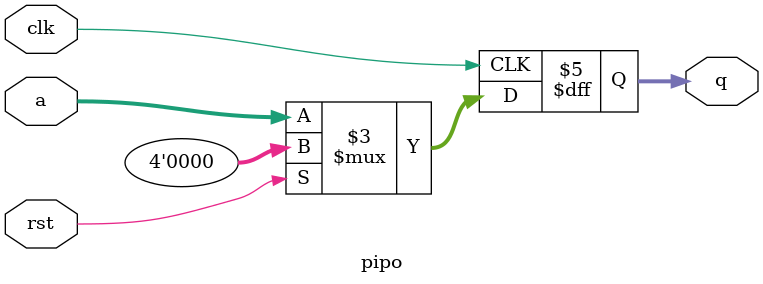
<source format=v>
module pipo( clk,rst,a,q);
input clk,rst;
input[3:0]a;
output reg[3:0]q;
wire[3:0]a;
always@(posedge clk)
begin
if(rst)
q<=0;
else
begin
q<=a;
end
end
endmodule



</source>
